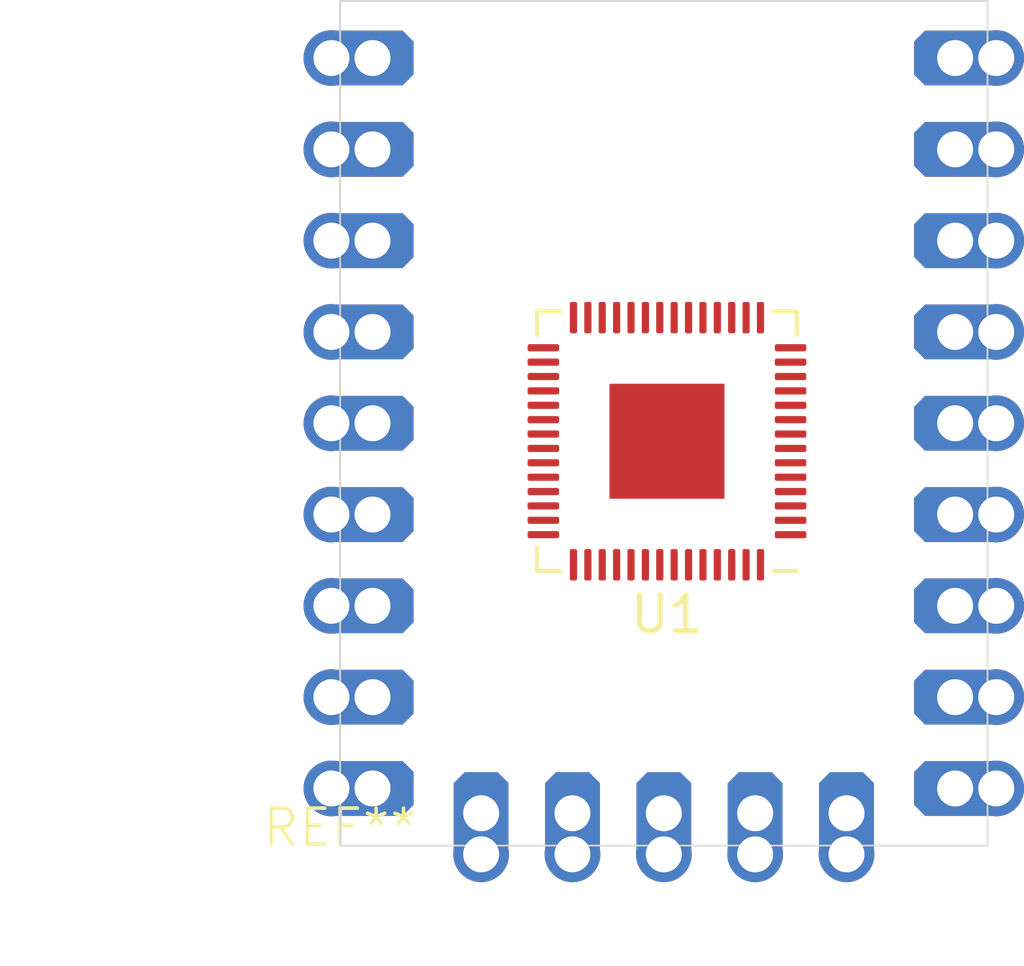
<source format=kicad_pcb>
(kicad_pcb (version 20221018) (generator pcbnew)
  (layers (0 "F.Cu" signal) (31 "B.Cu" signal) (34 "B.Paste" user) (35 "F.Paste" user) (36 "B.SilkS" user "B.Silkscreen") (37 "F.SilkS" user "F.Silkscreen") (38 "B.Mask" user) (39 "F.Mask" user) (44 "Edge.Cuts" user))
  (net 0 "")
  (net 1 "Net-(U1-IOVDD-Pad1)")
  (net 20 "Net-(U1-DVDD-Pad23)")
  (footprint "Package_DFN_QFN:QFN-56-1EP_7x7mm_P0.4mm_EP3.2x3.2mm" (layer "F.Cu") (at 109.4375 61.15 180)
    (fp_text reference "U1" (at 0 -4.82) (layer "F.SilkS"))
    (fp_text value "RP2040")
    (fp_line (start -3.61 3.61) (end -3.61 2.96) (stroke (width 0.12)) (layer "F.SilkS"))
    (fp_line (start -2.96 -3.61) (end -3.61 -3.61) (stroke (width 0.12)) (layer "F.SilkS"))
    (fp_line (start -2.96 3.61) (end -3.61 3.61) (stroke (width 0.12)) (layer "F.SilkS"))
    (fp_line (start 2.96 -3.61) (end 3.61 -3.61) (stroke (width 0.12)) (layer "F.SilkS"))
    (fp_line (start 2.96 3.61) (end 3.61 3.61) (stroke (width 0.12)) (layer "F.SilkS"))
    (fp_line (start 3.61 -3.61) (end 3.61 -2.96) (stroke (width 0.12)) (layer "F.SilkS"))
    (fp_line (start 3.61 3.61) (end 3.61 2.96) (stroke (width 0.12)) (layer "F.SilkS"))
    (pad "1" smd roundrect (at -3.4375 -2.6 180) (size 0.875 0.2) (layers "F.Cu" "F.Paste" "F.Mask") (net 1 "Net-(U1-IOVDD-Pad1)"))
    (pad "2" smd roundrect (at -3.4375 -2.2 180) (size 0.875 0.2) (layers "F.Cu" "F.Paste" "F.Mask"))
    (pad "3" smd roundrect (at -3.4375 -1.8 180) (size 0.875 0.2) (layers "F.Cu" "F.Paste" "F.Mask"))
    (pad "4" smd roundrect (at -3.4375 -1.4 180) (size 0.875 0.2) (layers "F.Cu" "F.Paste" "F.Mask"))
    (pad "5" smd roundrect (at -3.4375 -1 180) (size 0.875 0.2) (layers "F.Cu" "F.Paste" "F.Mask"))
    (pad "6" smd roundrect (at -3.4375 -0.6 180) (size 0.875 0.2) (layers "F.Cu" "F.Paste" "F.Mask"))
    (pad "7" smd roundrect (at -3.4375 -0.2 180) (size 0.875 0.2) (layers "F.Cu" "F.Paste" "F.Mask"))
    (pad "8" smd roundrect (at -3.4375 0.2 180) (size 0.875 0.2) (layers "F.Cu" "F.Paste" "F.Mask"))
    (pad "9" smd roundrect (at -3.4375 0.6 180) (size 0.875 0.2) (layers "F.Cu" "F.Paste" "F.Mask"))
    (pad "10" smd roundrect (at -3.4375 1 180) (size 0.875 0.2) (layers "F.Cu" "F.Paste" "F.Mask") (net 1 "Net-(U1-IOVDD-Pad1)"))
    (pad "11" smd roundrect (at -3.4375 1.4 180) (size 0.875 0.2) (layers "F.Cu" "F.Paste" "F.Mask"))
    (pad "12" smd roundrect (at -3.4375 1.8 180) (size 0.875 0.2) (layers "F.Cu" "F.Paste" "F.Mask"))
    (pad "13" smd roundrect (at -3.4375 2.2 180) (size 0.875 0.2) (layers "F.Cu" "F.Paste" "F.Mask"))
    (pad "14" smd roundrect (at -3.4375 2.6 180) (size 0.875 0.2) (layers "F.Cu" "F.Paste" "F.Mask"))
    (pad "15" smd roundrect (at -2.6 3.4375 180) (size 0.2 0.875) (layers "F.Cu" "F.Paste" "F.Mask"))
    (pad "16" smd roundrect (at -2.2 3.4375 180) (size 0.2 0.875) (layers "F.Cu" "F.Paste" "F.Mask"))
    (pad "17" smd roundrect (at -1.8 3.4375 180) (size 0.2 0.875) (layers "F.Cu" "F.Paste" "F.Mask"))
    (pad "18" smd roundrect (at -1.4 3.4375 180) (size 0.2 0.875) (layers "F.Cu" "F.Paste" "F.Mask"))
    (pad "19" smd roundrect (at -1 3.4375 180) (size 0.2 0.875) (layers "F.Cu" "F.Paste" "F.Mask"))
    (pad "20" smd roundrect (at -0.6 3.4375 180) (size 0.2 0.875) (layers "F.Cu" "F.Paste" "F.Mask"))
    (pad "21" smd roundrect (at -0.2 3.4375 180) (size 0.2 0.875) (layers "F.Cu" "F.Paste" "F.Mask"))
    (pad "22" smd roundrect (at 0.2 3.4375 180) (size 0.2 0.875) (layers "F.Cu" "F.Paste" "F.Mask") (net 1 "Net-(U1-IOVDD-Pad1)"))
    (pad "23" smd roundrect (at 0.6 3.4375 180) (size 0.2 0.875) (layers "F.Cu" "F.Paste" "F.Mask") (net 20 "Net-(U1-DVDD-Pad23)"))
    (pad "24" smd roundrect (at 1 3.4375 180) (size 0.2 0.875) (layers "F.Cu" "F.Paste" "F.Mask"))
    (pad "25" smd roundrect (at 1.4 3.4375 180) (size 0.2 0.875) (layers "F.Cu" "F.Paste" "F.Mask"))
    (pad "26" smd roundrect (at 1.8 3.4375 180) (size 0.2 0.875) (layers "F.Cu" "F.Paste" "F.Mask"))
    (pad "27" smd roundrect (at 2.2 3.4375 180) (size 0.2 0.875) (layers "F.Cu" "F.Paste" "F.Mask"))
    (pad "28" smd roundrect (at 2.6 3.4375 180) (size 0.2 0.875) (layers "F.Cu" "F.Paste" "F.Mask"))
    (pad "29" smd roundrect (at 3.4375 2.6 180) (size 0.875 0.2) (layers "F.Cu" "F.Paste" "F.Mask"))
    (pad "30" smd roundrect (at 3.4375 2.2 180) (size 0.875 0.2) (layers "F.Cu" "F.Paste" "F.Mask"))
    (pad "31" smd roundrect (at 3.4375 1.8 180) (size 0.875 0.2) (layers "F.Cu" "F.Paste" "F.Mask"))
    (pad "32" smd roundrect (at 3.4375 1.4 180) (size 0.875 0.2) (layers "F.Cu" "F.Paste" "F.Mask"))
    (pad "33" smd roundrect (at 3.4375 1 180) (size 0.875 0.2) (layers "F.Cu" "F.Paste" "F.Mask") (net 1 "Net-(U1-IOVDD-Pad1)"))
    (pad "34" smd roundrect (at 3.4375 0.6 180) (size 0.875 0.2) (layers "F.Cu" "F.Paste" "F.Mask"))
    (pad "35" smd roundrect (at 3.4375 0.2 180) (size 0.875 0.2) (layers "F.Cu" "F.Paste" "F.Mask"))
    (pad "36" smd roundrect (at 3.4375 -0.2 180) (size 0.875 0.2) (layers "F.Cu" "F.Paste" "F.Mask"))
    (pad "37" smd roundrect (at 3.4375 -0.6 180) (size 0.875 0.2) (layers "F.Cu" "F.Paste" "F.Mask"))
    (pad "38" smd roundrect (at 3.4375 -1 180) (size 0.875 0.2) (layers "F.Cu" "F.Paste" "F.Mask"))
    (pad "39" smd roundrect (at 3.4375 -1.4 180) (size 0.875 0.2) (layers "F.Cu" "F.Paste" "F.Mask"))
    (pad "40" smd roundrect (at 3.4375 -1.8 180) (size 0.875 0.2) (layers "F.Cu" "F.Paste" "F.Mask"))
    (pad "41" smd roundrect (at 3.4375 -2.2 180) (size 0.875 0.2) (layers "F.Cu" "F.Paste" "F.Mask"))
    (pad "42" smd roundrect (at 3.4375 -2.6 180) (size 0.875 0.2) (layers "F.Cu" "F.Paste" "F.Mask") (net 1 "Net-(U1-IOVDD-Pad1)"))
    (pad "43" smd roundrect (at 2.6 -3.4375 180) (size 0.2 0.875) (layers "F.Cu" "F.Paste" "F.Mask"))
    (pad "44" smd roundrect (at 2.2 -3.4375 180) (size 0.2 0.875) (layers "F.Cu" "F.Paste" "F.Mask"))
    (pad "45" smd roundrect (at 1.8 -3.4375 180) (size 0.2 0.875) (layers "F.Cu" "F.Paste" "F.Mask"))
    (pad "46" smd roundrect (at 1.4 -3.4375 180) (size 0.2 0.875) (layers "F.Cu" "F.Paste" "F.Mask"))
    (pad "47" smd roundrect (at 1 -3.4375 180) (size 0.2 0.875) (layers "F.Cu" "F.Paste" "F.Mask"))
    (pad "48" smd roundrect (at 0.6 -3.4375 180) (size 0.2 0.875) (layers "F.Cu" "F.Paste" "F.Mask"))
    (pad "49" smd roundrect (at 0.2 -3.4375 180) (size 0.2 0.875) (layers "F.Cu" "F.Paste" "F.Mask") (net 1 "Net-(U1-IOVDD-Pad1)"))
    (pad "50" smd roundrect (at -0.2 -3.4375 180) (size 0.2 0.875) (layers "F.Cu" "F.Paste" "F.Mask") (net 20 "Net-(U1-DVDD-Pad23)"))
    (pad "51" smd roundrect (at -0.6 -3.4375 180) (size 0.2 0.875) (layers "F.Cu" "F.Paste" "F.Mask"))
    (pad "52" smd roundrect (at -1 -3.4375 180) (size 0.2 0.875) (layers "F.Cu" "F.Paste" "F.Mask"))
    (pad "53" smd roundrect (at -1.4 -3.4375 180) (size 0.2 0.875) (layers "F.Cu" "F.Paste" "F.Mask"))
    (pad "54" smd roundrect (at -1.8 -3.4375 180) (size 0.2 0.875) (layers "F.Cu" "F.Paste" "F.Mask"))
    (pad "55" smd roundrect (at -2.2 -3.4375 180) (size 0.2 0.875) (layers "F.Cu" "F.Paste" "F.Mask"))
    (pad "56" smd roundrect (at -2.6 -3.4375 180) (size 0.2 0.875) (layers "F.Cu" "F.Paste" "F.Mask"))
    (pad "57" smd rect (at 0 0 180) (size 3.2 3.2) (layers "F.Cu" "F.Mask"))
  )
  (footprint "waveshare:waveshare-rp2040-zero" (layer "F.Cu") (at 100.35 72.4)
    (fp_text reference "REF**" (at 0 -0.5 unlocked) (layer "F.SilkS") (effects (font (thickness 0.1))))
    (fp_text value "waveshare-rp2040-zero")
    (fp_line (start 0 -23.5) (end 0 0) (stroke (width 0.05)) (layer "Edge.Cuts"))
    (fp_line (start 0 0) (end 18 0) (stroke (width 0.05)) (layer "Edge.Cuts"))
    (fp_line (start 18 -23.5) (end 0 -23.5) (stroke (width 0.05)) (layer "Edge.Cuts"))
    (fp_line (start 18 -23.5) (end 18 0) (stroke (width 0.05)) (layer "Edge.Cuts"))
    (pad "" np_thru_hole roundrect (at 0.9 -21.91 180) (size 2.286 1.524) (drill 1) (layers "F&B.Cu" "*.Mask") (roundrect_rratio 0) (chamfer_ratio 0.2) (chamfer top_left bottom_left))
    (pad "" np_thru_hole roundrect (at 0.9 -19.37 180) (size 2.286 1.524) (drill 1) (layers "F&B.Cu" "*.Mask") (roundrect_rratio 0) (chamfer_ratio 0.2) (chamfer top_left bottom_left))
    (pad "" np_thru_hole roundrect (at 0.9 -16.83 180) (size 2.286 1.524) (drill 1) (layers "F&B.Cu" "*.Mask") (roundrect_rratio 0) (chamfer_ratio 0.2) (chamfer top_left bottom_left))
    (pad "" np_thru_hole roundrect (at 0.9 -14.29 180) (size 2.286 1.524) (drill 1) (layers "F&B.Cu" "*.Mask") (roundrect_rratio 0) (chamfer_ratio 0.2) (chamfer top_left bottom_left))
    (pad "" np_thru_hole roundrect (at 0.9 -11.75 180) (size 2.286 1.524) (drill 1) (layers "F&B.Cu" "*.Mask") (roundrect_rratio 0) (chamfer_ratio 0.2) (chamfer top_left bottom_left))
    (pad "" np_thru_hole roundrect (at 0.9 -9.21 180) (size 2.286 1.524) (drill 1) (layers "F&B.Cu" "*.Mask") (roundrect_rratio 0) (chamfer_ratio 0.2) (chamfer top_left bottom_left))
    (pad "" np_thru_hole roundrect (at 0.9 -6.67 180) (size 2.286 1.524) (drill 1) (layers "F&B.Cu" "*.Mask") (roundrect_rratio 0) (chamfer_ratio 0.2) (chamfer top_left bottom_left))
    (pad "" np_thru_hole roundrect (at 0.9 -4.13 180) (size 2.286 1.524) (drill 1) (layers "F&B.Cu" "*.Mask") (roundrect_rratio 0) (chamfer_ratio 0.2) (chamfer top_left bottom_left))
    (pad "" np_thru_hole roundrect (at 0.9 -1.59 180) (size 2.286 1.524) (drill 1) (layers "F&B.Cu" "*.Mask") (roundrect_rratio 0) (chamfer_ratio 0.2) (chamfer top_left bottom_left))
    (pad "" np_thru_hole roundrect (at 3.92 -0.9 270) (size 2.286 1.524) (drill 1) (layers "F&B.Cu" "*.Mask") (roundrect_rratio 0) (chamfer_ratio 0.2) (chamfer top_left bottom_left))
    (pad "" np_thru_hole roundrect (at 6.46 -0.9 270) (size 2.286 1.524) (drill 1) (layers "F&B.Cu" "*.Mask") (roundrect_rratio 0) (chamfer_ratio 0.2) (chamfer top_left bottom_left))
    (pad "" np_thru_hole roundrect (at 9 -0.9 270) (size 2.286 1.524) (drill 1) (layers "F&B.Cu" "*.Mask") (roundrect_rratio 0) (chamfer_ratio 0.2) (chamfer top_left bottom_left))
    (pad "" np_thru_hole roundrect (at 11.54 -0.9 270) (size 2.286 1.524) (drill 1) (layers "F&B.Cu" "*.Mask") (roundrect_rratio 0) (chamfer_ratio 0.2) (chamfer top_left bottom_left))
    (pad "" np_thru_hole roundrect (at 14.08 -0.9 270) (size 2.286 1.524) (drill 1) (layers "F&B.Cu" "*.Mask") (roundrect_rratio 0) (chamfer_ratio 0.2) (chamfer top_left bottom_left))
    (pad "" np_thru_hole roundrect (at 17.1 -21.91) (size 2.286 1.524) (drill 1) (layers "F&B.Cu" "*.Mask") (roundrect_rratio 0) (chamfer_ratio 0.2) (chamfer top_left bottom_left))
    (pad "" np_thru_hole roundrect (at 17.1 -19.37) (size 2.286 1.524) (drill 1) (layers "F&B.Cu" "*.Mask") (roundrect_rratio 0) (chamfer_ratio 0.2) (chamfer top_left bottom_left))
    (pad "" np_thru_hole roundrect (at 17.1 -16.83) (size 2.286 1.524) (drill 1) (layers "F&B.Cu" "*.Mask") (roundrect_rratio 0) (chamfer_ratio 0.2) (chamfer top_left bottom_left))
    (pad "" np_thru_hole roundrect (at 17.1 -14.29) (size 2.286 1.524) (drill 1) (layers "F&B.Cu" "*.Mask") (roundrect_rratio 0) (chamfer_ratio 0.2) (chamfer top_left bottom_left))
    (pad "" np_thru_hole roundrect (at 17.1 -11.75) (size 2.286 1.524) (drill 1) (layers "F&B.Cu" "*.Mask") (roundrect_rratio 0) (chamfer_ratio 0.2) (chamfer top_left bottom_left))
    (pad "" np_thru_hole roundrect (at 17.1 -9.21) (size 2.286 1.524) (drill 1) (layers "F&B.Cu" "*.Mask") (roundrect_rratio 0) (chamfer_ratio 0.2) (chamfer top_left bottom_left))
    (pad "" np_thru_hole roundrect (at 17.1 -6.67) (size 2.286 1.524) (drill 1) (layers "F&B.Cu" "*.Mask") (roundrect_rratio 0) (chamfer_ratio 0.2) (chamfer top_left bottom_left))
    (pad "" np_thru_hole roundrect (at 17.1 -4.13) (size 2.286 1.524) (drill 1) (layers "F&B.Cu" "*.Mask") (roundrect_rratio 0) (chamfer_ratio 0.2) (chamfer top_left bottom_left))
    (pad "" np_thru_hole roundrect (at 17.1 -1.59) (size 2.286 1.524) (drill 1) (layers "F&B.Cu" "*.Mask") (roundrect_rratio 0) (chamfer_ratio 0.2) (chamfer top_left bottom_left))
    (pad "0" thru_hole circle (at 18.243 -21.91) (size 1.55 1.55) (drill 1) (layers "*.Cu" "*.Mask"))
    (pad "1" thru_hole circle (at 18.243 -19.37) (size 1.55 1.55) (drill 1) (layers "*.Cu" "*.Mask"))
    (pad "2" thru_hole circle (at 18.243 -16.83) (size 1.55 1.55) (drill 1) (layers "*.Cu" "*.Mask"))
    (pad "3" thru_hole circle (at 18.243 -14.29) (size 1.55 1.55) (drill 1) (layers "*.Cu" "*.Mask"))
    (pad "3V3" thru_hole circle (at -0.243 -16.83 180) (size 1.55 1.55) (drill 1) (layers "*.Cu" "*.Mask"))
    (pad "4" thru_hole circle (at 18.243 -11.75) (size 1.55 1.55) (drill 1) (layers "*.Cu" "*.Mask"))
    (pad "5" thru_hole circle (at 18.243 -9.21) (size 1.55 1.55) (drill 1) (layers "*.Cu" "*.Mask"))
    (pad "5V" thru_hole circle (at -0.243 -21.91 180) (size 1.55 1.55) (drill 1) (layers "*.Cu" "*.Mask"))
    (pad "6" thru_hole circle (at 18.243 -6.67) (size 1.55 1.55) (drill 1) (layers "*.Cu" "*.Mask"))
    (pad "7" thru_hole circle (at 18.243 -4.13) (size 1.55 1.55) (drill 1) (layers "*.Cu" "*.Mask"))
    (pad "8" thru_hole circle (at 18.243 -1.59) (size 1.55 1.55) (drill 1) (layers "*.Cu" "*.Mask"))
    (pad "9" thru_hole circle (at 14.08 0.243 270) (size 1.55 1.55) (drill 1) (layers "*.Cu" "*.Mask"))
    (pad "10" thru_hole circle (at 11.54 0.243 270) (size 1.55 1.55) (drill 1) (layers "*.Cu" "*.Mask"))
    (pad "11" thru_hole circle (at 9 0.243 270) (size 1.55 1.55) (drill 1) (layers "*.Cu" "*.Mask"))
    (pad "12" thru_hole circle (at 6.46 0.243 270) (size 1.55 1.55) (drill 1) (layers "*.Cu" "*.Mask"))
    (pad "13" thru_hole circle (at 3.92 0.243 270) (size 1.55 1.55) (drill 1) (layers "*.Cu" "*.Mask"))
    (pad "14" thru_hole circle (at -0.243 -1.59 180) (size 1.55 1.55) (drill 1) (layers "*.Cu" "*.Mask"))
    (pad "15" thru_hole circle (at -0.243 -4.13 180) (size 1.55 1.55) (drill 1) (layers "*.Cu" "*.Mask"))
    (pad "26" thru_hole circle (at -0.243 -6.67 180) (size 1.55 1.55) (drill 1) (layers "*.Cu" "*.Mask"))
    (pad "27" thru_hole circle (at -0.243 -9.21 180) (size 1.55 1.55) (drill 1) (layers "*.Cu" "*.Mask"))
    (pad "28" thru_hole circle (at -0.243 -11.75 180) (size 1.55 1.55) (drill 1) (layers "*.Cu" "*.Mask"))
    (pad "29" thru_hole circle (at -0.243 -14.29 180) (size 1.55 1.55) (drill 1) (layers "*.Cu" "*.Mask"))
    (pad "GND" thru_hole circle (at -0.243 -19.37 180) (size 1.55 1.55) (drill 1) (layers "*.Cu" "*.Mask"))
  )
)
</source>
